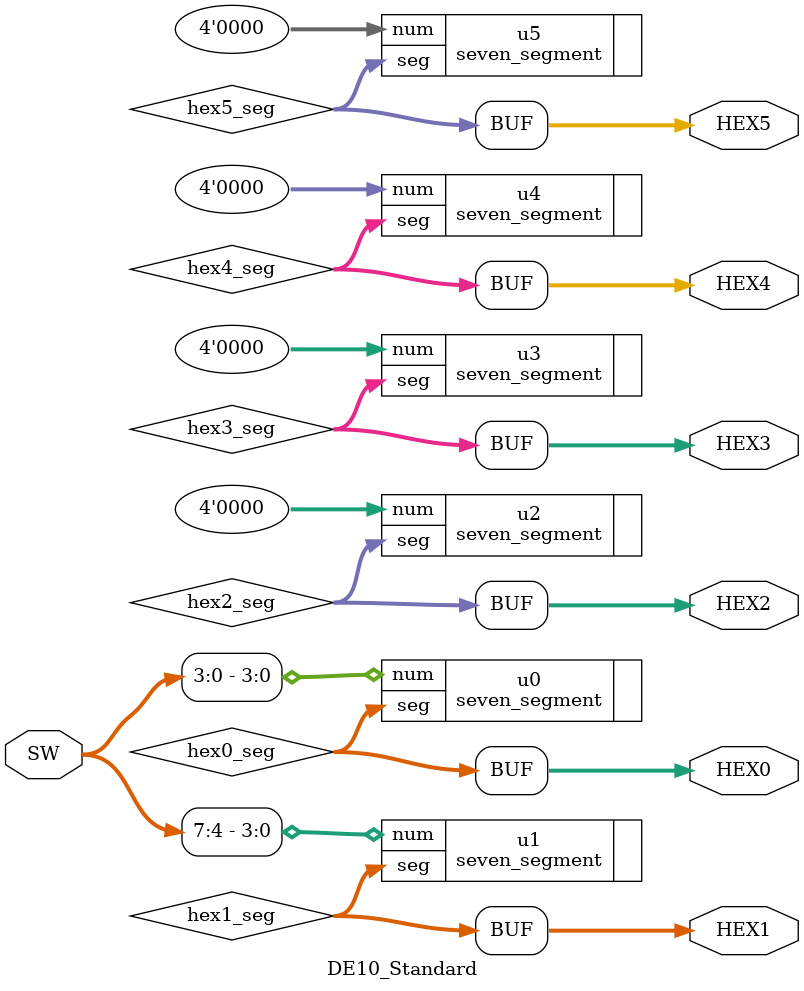
<source format=v>
module DE10_Standard(
    input  [9:0] SW,
    output [6:0] HEX0,
    output [6:0] HEX1,
    output [6:0] HEX2,
    output [6:0] HEX3,
    output [6:0] HEX4,
    output [6:0] HEX5
);

// Wires for each HEX display
wire [6:0] hex0_seg;
wire [6:0] hex1_seg;
wire [6:0] hex2_seg;
wire [6:0] hex3_seg;
wire [6:0] hex4_seg;
wire [6:0] hex5_seg;

// Instantiate six 7-segment decoders
seven_segment u0 (.num(SW[3:0]),  .seg(hex0_seg));
seven_segment u1 (.num(SW[7:4]),  .seg(hex1_seg));
seven_segment u2 (.num(4'd0),     .seg(hex2_seg)); // blank
seven_segment u3 (.num(4'd0),     .seg(hex3_seg)); // blank
seven_segment u4 (.num(4'd0),     .seg(hex4_seg)); // blank
seven_segment u5 (.num(4'd0),     .seg(hex5_seg)); // blank

// Connect wires to HEX outputs
assign HEX0 = hex0_seg;
assign HEX1 = hex1_seg;
assign HEX2 = hex2_seg;
assign HEX3 = hex3_seg;
assign HEX4 = hex4_seg;
assign HEX5 = hex5_seg;

endmodule

</source>
